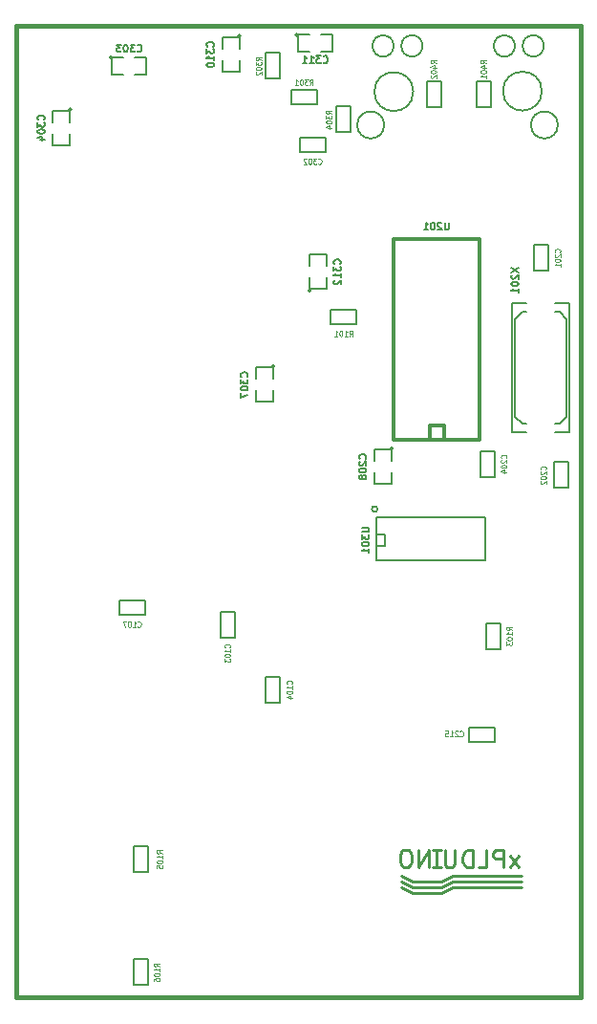
<source format=gbo>
G04 (created by PCBNEW (2011-nov-30)-testing) date jeu. 13 sept. 2012 22:24:25 CEST*
%MOIN*%
G04 Gerber Fmt 3.4, Leading zero omitted, Abs format*
%FSLAX34Y34*%
G01*
G70*
G90*
G04 APERTURE LIST*
%ADD10C,0.006*%
%ADD11C,0.005*%
%ADD12C,0.015*%
%ADD13C,0.012*%
%ADD14C,0.008*%
%ADD15C,0.01*%
%ADD16C,0.0045*%
G04 APERTURE END LIST*
G54D10*
G54D11*
X32284Y-56201D02*
G75*
G03X32284Y-56201I-99J0D01*
G74*
G01*
G54D12*
X19685Y-73228D02*
X19685Y-39370D01*
X39370Y-73228D02*
X19685Y-73228D01*
X39370Y-39370D02*
X39370Y-73228D01*
X19685Y-39370D02*
X39370Y-39370D01*
G54D11*
X23022Y-40448D02*
G75*
G03X23022Y-40448I-50J0D01*
G74*
G01*
X23422Y-40448D02*
X23022Y-40448D01*
X23022Y-40448D02*
X23022Y-41048D01*
X23022Y-41048D02*
X23422Y-41048D01*
X23822Y-41048D02*
X24222Y-41048D01*
X24222Y-41048D02*
X24222Y-40448D01*
X24222Y-40448D02*
X23822Y-40448D01*
X21610Y-42263D02*
G75*
G03X21610Y-42263I-50J0D01*
G74*
G01*
X21560Y-42713D02*
X21560Y-42313D01*
X21560Y-42313D02*
X20960Y-42313D01*
X20960Y-42313D02*
X20960Y-42713D01*
X20960Y-43113D02*
X20960Y-43513D01*
X20960Y-43513D02*
X21560Y-43513D01*
X21560Y-43513D02*
X21560Y-43113D01*
X32830Y-54074D02*
G75*
G03X32830Y-54074I-50J0D01*
G74*
G01*
X32780Y-54524D02*
X32780Y-54124D01*
X32780Y-54124D02*
X32180Y-54124D01*
X32180Y-54124D02*
X32180Y-54524D01*
X32180Y-54924D02*
X32180Y-55324D01*
X32180Y-55324D02*
X32780Y-55324D01*
X32780Y-55324D02*
X32780Y-54924D01*
X28696Y-51220D02*
G75*
G03X28696Y-51220I-50J0D01*
G74*
G01*
X28646Y-51670D02*
X28646Y-51270D01*
X28646Y-51270D02*
X28046Y-51270D01*
X28046Y-51270D02*
X28046Y-51670D01*
X28046Y-52070D02*
X28046Y-52470D01*
X28046Y-52470D02*
X28646Y-52470D01*
X28646Y-52470D02*
X28646Y-52070D01*
X27515Y-39704D02*
G75*
G03X27515Y-39704I-50J0D01*
G74*
G01*
X27465Y-40154D02*
X27465Y-39754D01*
X27465Y-39754D02*
X26865Y-39754D01*
X26865Y-39754D02*
X26865Y-40154D01*
X26865Y-40554D02*
X26865Y-40954D01*
X26865Y-40954D02*
X27465Y-40954D01*
X27465Y-40954D02*
X27465Y-40554D01*
X29518Y-39661D02*
G75*
G03X29518Y-39661I-50J0D01*
G74*
G01*
X29918Y-39661D02*
X29518Y-39661D01*
X29518Y-39661D02*
X29518Y-40261D01*
X29518Y-40261D02*
X29918Y-40261D01*
X30318Y-40261D02*
X30718Y-40261D01*
X30718Y-40261D02*
X30718Y-39661D01*
X30718Y-39661D02*
X30318Y-39661D01*
X29967Y-48583D02*
G75*
G03X29967Y-48583I-50J0D01*
G74*
G01*
X29917Y-48133D02*
X29917Y-48533D01*
X29917Y-48533D02*
X30517Y-48533D01*
X30517Y-48533D02*
X30517Y-48133D01*
X30517Y-47733D02*
X30517Y-47333D01*
X30517Y-47333D02*
X29917Y-47333D01*
X29917Y-47333D02*
X29917Y-47733D01*
X24266Y-72793D02*
X24266Y-71893D01*
X24266Y-71893D02*
X23766Y-71893D01*
X23766Y-71893D02*
X23766Y-72793D01*
X23766Y-72793D02*
X24266Y-72793D01*
X36069Y-60180D02*
X36069Y-61080D01*
X36069Y-61080D02*
X36569Y-61080D01*
X36569Y-61080D02*
X36569Y-60180D01*
X36569Y-60180D02*
X36069Y-60180D01*
X30652Y-49758D02*
X31552Y-49758D01*
X31552Y-49758D02*
X31552Y-49258D01*
X31552Y-49258D02*
X30652Y-49258D01*
X30652Y-49258D02*
X30652Y-49758D01*
X23766Y-67956D02*
X23766Y-68856D01*
X23766Y-68856D02*
X24266Y-68856D01*
X24266Y-68856D02*
X24266Y-67956D01*
X24266Y-67956D02*
X23766Y-67956D01*
X29274Y-42081D02*
X30174Y-42081D01*
X30174Y-42081D02*
X30174Y-41581D01*
X30174Y-41581D02*
X29274Y-41581D01*
X29274Y-41581D02*
X29274Y-42081D01*
X28392Y-40298D02*
X28392Y-41198D01*
X28392Y-41198D02*
X28892Y-41198D01*
X28892Y-41198D02*
X28892Y-40298D01*
X28892Y-40298D02*
X28392Y-40298D01*
X31352Y-43068D02*
X31352Y-42168D01*
X31352Y-42168D02*
X30852Y-42168D01*
X30852Y-42168D02*
X30852Y-43068D01*
X30852Y-43068D02*
X31352Y-43068D01*
X36395Y-63805D02*
X35495Y-63805D01*
X35495Y-63805D02*
X35495Y-64305D01*
X35495Y-64305D02*
X36395Y-64305D01*
X36395Y-64305D02*
X36395Y-63805D01*
X38431Y-54570D02*
X38431Y-55470D01*
X38431Y-55470D02*
X38931Y-55470D01*
X38931Y-55470D02*
X38931Y-54570D01*
X38931Y-54570D02*
X38431Y-54570D01*
X36372Y-55076D02*
X36372Y-54176D01*
X36372Y-54176D02*
X35872Y-54176D01*
X35872Y-54176D02*
X35872Y-55076D01*
X35872Y-55076D02*
X36372Y-55076D01*
X29570Y-43754D02*
X30470Y-43754D01*
X30470Y-43754D02*
X30470Y-43254D01*
X30470Y-43254D02*
X29570Y-43254D01*
X29570Y-43254D02*
X29570Y-43754D01*
X28392Y-62050D02*
X28392Y-62950D01*
X28392Y-62950D02*
X28892Y-62950D01*
X28892Y-62950D02*
X28892Y-62050D01*
X28892Y-62050D02*
X28392Y-62050D01*
X26817Y-59786D02*
X26817Y-60686D01*
X26817Y-60686D02*
X27317Y-60686D01*
X27317Y-60686D02*
X27317Y-59786D01*
X27317Y-59786D02*
X26817Y-59786D01*
X38242Y-47891D02*
X38242Y-46991D01*
X38242Y-46991D02*
X37742Y-46991D01*
X37742Y-46991D02*
X37742Y-47891D01*
X37742Y-47891D02*
X38242Y-47891D01*
X23270Y-59896D02*
X24170Y-59896D01*
X24170Y-59896D02*
X24170Y-59396D01*
X24170Y-59396D02*
X23270Y-59396D01*
X23270Y-59396D02*
X23270Y-59896D01*
G54D13*
X35350Y-46795D02*
X32850Y-46795D01*
X32850Y-46795D02*
X32850Y-53795D01*
X32850Y-53795D02*
X35850Y-53795D01*
X35850Y-53795D02*
X35850Y-46795D01*
X35850Y-46795D02*
X35350Y-46795D01*
X34600Y-53795D02*
X34600Y-53295D01*
X34600Y-53295D02*
X34100Y-53295D01*
X34100Y-53295D02*
X34100Y-53795D01*
G54D14*
X32254Y-57983D02*
X36054Y-57983D01*
X36054Y-57983D02*
X36054Y-56483D01*
X36054Y-56483D02*
X32254Y-56483D01*
X32254Y-56483D02*
X32254Y-57983D01*
X32254Y-57483D02*
X32554Y-57483D01*
X32554Y-57483D02*
X32554Y-57083D01*
X32554Y-57083D02*
X32254Y-57083D01*
X37342Y-49330D02*
X37492Y-49330D01*
X38642Y-49330D02*
X38492Y-49330D01*
X38642Y-53230D02*
X38492Y-53230D01*
X37342Y-53230D02*
X37492Y-53230D01*
X36992Y-53530D02*
X37492Y-53530D01*
X38992Y-53530D02*
X38492Y-53530D01*
X38992Y-49030D02*
X38492Y-49030D01*
X36992Y-49030D02*
X37492Y-49030D01*
X38642Y-49330D02*
X38892Y-49580D01*
X38892Y-49580D02*
X38892Y-52980D01*
X38892Y-52980D02*
X38642Y-53230D01*
X37342Y-53230D02*
X37092Y-52980D01*
X37092Y-52980D02*
X37092Y-49580D01*
X37092Y-49580D02*
X37342Y-49330D01*
X38992Y-53530D02*
X38992Y-49030D01*
X36992Y-49030D02*
X36992Y-53530D01*
G54D11*
X36250Y-42200D02*
X36250Y-41300D01*
X36250Y-41300D02*
X35750Y-41300D01*
X35750Y-41300D02*
X35750Y-42200D01*
X35750Y-42200D02*
X36250Y-42200D01*
X34500Y-42200D02*
X34500Y-41300D01*
X34500Y-41300D02*
X34000Y-41300D01*
X34000Y-41300D02*
X34000Y-42200D01*
X34000Y-42200D02*
X34500Y-42200D01*
G54D15*
X37300Y-69400D02*
X34900Y-69400D01*
X34900Y-69400D02*
X34500Y-69600D01*
X34500Y-69600D02*
X33500Y-69600D01*
X33500Y-69600D02*
X33100Y-69400D01*
X37300Y-69200D02*
X34900Y-69200D01*
X34900Y-69200D02*
X34500Y-69400D01*
X34500Y-69400D02*
X33500Y-69400D01*
X33500Y-69400D02*
X33100Y-69200D01*
X33500Y-69200D02*
X33100Y-69000D01*
X34500Y-69200D02*
X33500Y-69200D01*
X34900Y-69000D02*
X34500Y-69200D01*
X37300Y-69000D02*
X34900Y-69000D01*
X37300Y-69000D02*
X34900Y-69000D01*
X34900Y-69000D02*
X34500Y-69200D01*
X34500Y-69200D02*
X33500Y-69200D01*
X33500Y-69200D02*
X33100Y-69000D01*
X33500Y-69200D02*
X33100Y-69000D01*
X34500Y-69200D02*
X33500Y-69200D01*
X34900Y-69000D02*
X34500Y-69200D01*
X37300Y-69000D02*
X34900Y-69000D01*
X37300Y-69000D02*
X34900Y-69000D01*
X34900Y-69000D02*
X34500Y-69200D01*
X34500Y-69200D02*
X33500Y-69200D01*
X33500Y-69200D02*
X33100Y-69000D01*
X33500Y-69200D02*
X33100Y-69000D01*
X34500Y-69200D02*
X33500Y-69200D01*
X34900Y-69000D02*
X34500Y-69200D01*
X37300Y-69000D02*
X34900Y-69000D01*
X37300Y-69000D02*
X34900Y-69000D01*
X34900Y-69000D02*
X34500Y-69200D01*
X34500Y-69200D02*
X33500Y-69200D01*
X33500Y-69200D02*
X33100Y-69000D01*
X33500Y-69200D02*
X33100Y-69000D01*
X34500Y-69200D02*
X33500Y-69200D01*
X34900Y-69000D02*
X34500Y-69200D01*
X37300Y-69000D02*
X34900Y-69000D01*
X37300Y-69000D02*
X34900Y-69000D01*
X34900Y-69000D02*
X34500Y-69200D01*
X34500Y-69200D02*
X33500Y-69200D01*
X33500Y-69200D02*
X33100Y-69000D01*
X33225Y-68700D02*
X33125Y-68625D01*
X33450Y-68600D02*
X33350Y-68700D01*
X34275Y-68700D02*
X34225Y-68700D01*
X34500Y-68700D02*
X34250Y-68700D01*
X34500Y-68100D02*
X34225Y-68100D01*
X34350Y-68675D02*
X34350Y-68150D01*
X33475Y-68500D02*
X33450Y-68600D01*
X33350Y-68700D02*
X33225Y-68700D01*
X33075Y-68475D02*
X33100Y-68600D01*
X33475Y-68275D02*
X33450Y-68175D01*
X33450Y-68175D02*
X33375Y-68100D01*
X33375Y-68100D02*
X33325Y-68075D01*
X33325Y-68075D02*
X33225Y-68075D01*
X33225Y-68075D02*
X33175Y-68100D01*
X33175Y-68100D02*
X33125Y-68125D01*
X33125Y-68125D02*
X33100Y-68175D01*
X33100Y-68175D02*
X33075Y-68250D01*
X33075Y-68250D02*
X33075Y-68300D01*
X33075Y-68300D02*
X33075Y-68475D01*
X33475Y-68300D02*
X33475Y-68500D01*
X34075Y-68700D02*
X34075Y-68075D01*
X34075Y-68100D02*
X33725Y-68700D01*
X33725Y-68700D02*
X33725Y-68075D01*
X34975Y-68100D02*
X34975Y-68575D01*
X34975Y-68575D02*
X34950Y-68625D01*
X34950Y-68625D02*
X34925Y-68650D01*
X34925Y-68650D02*
X34900Y-68675D01*
X34900Y-68675D02*
X34850Y-68700D01*
X34850Y-68700D02*
X34800Y-68700D01*
X34800Y-68700D02*
X34750Y-68700D01*
X34750Y-68700D02*
X34700Y-68675D01*
X34700Y-68675D02*
X34675Y-68650D01*
X34675Y-68650D02*
X34650Y-68625D01*
X34650Y-68625D02*
X34650Y-68575D01*
X34650Y-68575D02*
X34650Y-68100D01*
X35575Y-68100D02*
X35450Y-68100D01*
X35450Y-68100D02*
X35350Y-68125D01*
X35350Y-68125D02*
X35300Y-68175D01*
X35300Y-68175D02*
X35275Y-68250D01*
X35275Y-68250D02*
X35250Y-68350D01*
X35250Y-68350D02*
X35250Y-68425D01*
X35250Y-68425D02*
X35250Y-68475D01*
X35250Y-68475D02*
X35275Y-68550D01*
X35275Y-68550D02*
X35300Y-68600D01*
X35300Y-68600D02*
X35350Y-68650D01*
X35350Y-68650D02*
X35425Y-68700D01*
X35425Y-68700D02*
X35475Y-68700D01*
X35475Y-68700D02*
X35600Y-68700D01*
X35600Y-68700D02*
X35600Y-68100D01*
X36075Y-68100D02*
X36075Y-68700D01*
X36075Y-68700D02*
X35800Y-68700D01*
X36675Y-68100D02*
X36650Y-68100D01*
X36650Y-68100D02*
X36425Y-68100D01*
X36425Y-68100D02*
X36375Y-68125D01*
X36375Y-68125D02*
X36350Y-68150D01*
X36350Y-68150D02*
X36325Y-68200D01*
X36325Y-68200D02*
X36325Y-68250D01*
X36325Y-68250D02*
X36325Y-68300D01*
X36325Y-68300D02*
X36350Y-68350D01*
X36350Y-68350D02*
X36400Y-68375D01*
X36400Y-68375D02*
X36450Y-68400D01*
X36450Y-68400D02*
X36675Y-68400D01*
X36675Y-68675D02*
X36675Y-68100D01*
X37200Y-68300D02*
X36900Y-68700D01*
X37225Y-68700D02*
X36925Y-68300D01*
G54D10*
X33534Y-41648D02*
G75*
G03X33534Y-41648I-678J0D01*
G74*
G01*
X38022Y-41629D02*
G75*
G03X38022Y-41629I-678J0D01*
G74*
G01*
X38088Y-40054D02*
G75*
G03X38088Y-40054I-370J0D01*
G74*
G01*
X37084Y-40054D02*
G75*
G03X37084Y-40054I-370J0D01*
G74*
G01*
X33856Y-40054D02*
G75*
G03X33856Y-40054I-370J0D01*
G74*
G01*
X32852Y-40054D02*
G75*
G03X32852Y-40054I-370J0D01*
G74*
G01*
X38582Y-42810D02*
G75*
G03X38582Y-42810I-470J0D01*
G74*
G01*
X32519Y-42810D02*
G75*
G03X32519Y-42810I-470J0D01*
G74*
G01*
G54D11*
X23902Y-40235D02*
X23914Y-40247D01*
X23949Y-40259D01*
X23973Y-40259D01*
X24009Y-40247D01*
X24033Y-40223D01*
X24044Y-40200D01*
X24056Y-40152D01*
X24056Y-40116D01*
X24044Y-40069D01*
X24033Y-40045D01*
X24009Y-40021D01*
X23973Y-40009D01*
X23949Y-40009D01*
X23914Y-40021D01*
X23902Y-40033D01*
X23818Y-40009D02*
X23664Y-40009D01*
X23747Y-40104D01*
X23711Y-40104D01*
X23687Y-40116D01*
X23675Y-40128D01*
X23664Y-40152D01*
X23664Y-40212D01*
X23675Y-40235D01*
X23687Y-40247D01*
X23711Y-40259D01*
X23783Y-40259D01*
X23806Y-40247D01*
X23818Y-40235D01*
X23509Y-40009D02*
X23485Y-40009D01*
X23461Y-40021D01*
X23449Y-40033D01*
X23437Y-40057D01*
X23426Y-40104D01*
X23426Y-40164D01*
X23437Y-40212D01*
X23449Y-40235D01*
X23461Y-40247D01*
X23485Y-40259D01*
X23509Y-40259D01*
X23533Y-40247D01*
X23545Y-40235D01*
X23556Y-40212D01*
X23568Y-40164D01*
X23568Y-40104D01*
X23556Y-40057D01*
X23545Y-40033D01*
X23533Y-40021D01*
X23509Y-40009D01*
X23342Y-40009D02*
X23188Y-40009D01*
X23271Y-40104D01*
X23235Y-40104D01*
X23211Y-40116D01*
X23199Y-40128D01*
X23188Y-40152D01*
X23188Y-40212D01*
X23199Y-40235D01*
X23211Y-40247D01*
X23235Y-40259D01*
X23307Y-40259D01*
X23330Y-40247D01*
X23342Y-40235D01*
X20648Y-42633D02*
X20660Y-42621D01*
X20672Y-42586D01*
X20672Y-42562D01*
X20660Y-42526D01*
X20636Y-42502D01*
X20613Y-42491D01*
X20565Y-42479D01*
X20529Y-42479D01*
X20482Y-42491D01*
X20458Y-42502D01*
X20434Y-42526D01*
X20422Y-42562D01*
X20422Y-42586D01*
X20434Y-42621D01*
X20446Y-42633D01*
X20422Y-42717D02*
X20422Y-42871D01*
X20517Y-42788D01*
X20517Y-42824D01*
X20529Y-42848D01*
X20541Y-42860D01*
X20565Y-42871D01*
X20625Y-42871D01*
X20648Y-42860D01*
X20660Y-42848D01*
X20672Y-42824D01*
X20672Y-42752D01*
X20660Y-42729D01*
X20648Y-42717D01*
X20422Y-43026D02*
X20422Y-43050D01*
X20434Y-43074D01*
X20446Y-43086D01*
X20470Y-43098D01*
X20517Y-43109D01*
X20577Y-43109D01*
X20625Y-43098D01*
X20648Y-43086D01*
X20660Y-43074D01*
X20672Y-43050D01*
X20672Y-43026D01*
X20660Y-43002D01*
X20648Y-42990D01*
X20625Y-42979D01*
X20577Y-42967D01*
X20517Y-42967D01*
X20470Y-42979D01*
X20446Y-42990D01*
X20434Y-43002D01*
X20422Y-43026D01*
X20506Y-43324D02*
X20672Y-43324D01*
X20410Y-43264D02*
X20589Y-43205D01*
X20589Y-43359D01*
X31868Y-54444D02*
X31880Y-54432D01*
X31892Y-54397D01*
X31892Y-54373D01*
X31880Y-54337D01*
X31856Y-54313D01*
X31833Y-54302D01*
X31785Y-54290D01*
X31749Y-54290D01*
X31702Y-54302D01*
X31678Y-54313D01*
X31654Y-54337D01*
X31642Y-54373D01*
X31642Y-54397D01*
X31654Y-54432D01*
X31666Y-54444D01*
X31666Y-54540D02*
X31654Y-54552D01*
X31642Y-54575D01*
X31642Y-54635D01*
X31654Y-54659D01*
X31666Y-54671D01*
X31690Y-54682D01*
X31714Y-54682D01*
X31749Y-54671D01*
X31892Y-54528D01*
X31892Y-54682D01*
X31642Y-54837D02*
X31642Y-54861D01*
X31654Y-54885D01*
X31666Y-54897D01*
X31690Y-54909D01*
X31737Y-54920D01*
X31797Y-54920D01*
X31845Y-54909D01*
X31868Y-54897D01*
X31880Y-54885D01*
X31892Y-54861D01*
X31892Y-54837D01*
X31880Y-54813D01*
X31868Y-54801D01*
X31845Y-54790D01*
X31797Y-54778D01*
X31737Y-54778D01*
X31690Y-54790D01*
X31666Y-54801D01*
X31654Y-54813D01*
X31642Y-54837D01*
X31749Y-55063D02*
X31737Y-55039D01*
X31726Y-55028D01*
X31702Y-55016D01*
X31690Y-55016D01*
X31666Y-55028D01*
X31654Y-55039D01*
X31642Y-55063D01*
X31642Y-55111D01*
X31654Y-55135D01*
X31666Y-55147D01*
X31690Y-55158D01*
X31702Y-55158D01*
X31726Y-55147D01*
X31737Y-55135D01*
X31749Y-55111D01*
X31749Y-55063D01*
X31761Y-55039D01*
X31773Y-55028D01*
X31797Y-55016D01*
X31845Y-55016D01*
X31868Y-55028D01*
X31880Y-55039D01*
X31892Y-55063D01*
X31892Y-55111D01*
X31880Y-55135D01*
X31868Y-55147D01*
X31845Y-55158D01*
X31797Y-55158D01*
X31773Y-55147D01*
X31761Y-55135D01*
X31749Y-55111D01*
X27734Y-51590D02*
X27746Y-51578D01*
X27758Y-51543D01*
X27758Y-51519D01*
X27746Y-51483D01*
X27722Y-51459D01*
X27699Y-51448D01*
X27651Y-51436D01*
X27615Y-51436D01*
X27568Y-51448D01*
X27544Y-51459D01*
X27520Y-51483D01*
X27508Y-51519D01*
X27508Y-51543D01*
X27520Y-51578D01*
X27532Y-51590D01*
X27508Y-51674D02*
X27508Y-51828D01*
X27603Y-51745D01*
X27603Y-51781D01*
X27615Y-51805D01*
X27627Y-51817D01*
X27651Y-51828D01*
X27711Y-51828D01*
X27734Y-51817D01*
X27746Y-51805D01*
X27758Y-51781D01*
X27758Y-51709D01*
X27746Y-51686D01*
X27734Y-51674D01*
X27508Y-51983D02*
X27508Y-52007D01*
X27520Y-52031D01*
X27532Y-52043D01*
X27556Y-52055D01*
X27603Y-52066D01*
X27663Y-52066D01*
X27711Y-52055D01*
X27734Y-52043D01*
X27746Y-52031D01*
X27758Y-52007D01*
X27758Y-51983D01*
X27746Y-51959D01*
X27734Y-51947D01*
X27711Y-51936D01*
X27663Y-51924D01*
X27603Y-51924D01*
X27556Y-51936D01*
X27532Y-51947D01*
X27520Y-51959D01*
X27508Y-51983D01*
X27508Y-52150D02*
X27508Y-52316D01*
X27758Y-52209D01*
X26553Y-40074D02*
X26565Y-40062D01*
X26577Y-40027D01*
X26577Y-40003D01*
X26565Y-39967D01*
X26541Y-39943D01*
X26518Y-39932D01*
X26470Y-39920D01*
X26434Y-39920D01*
X26387Y-39932D01*
X26363Y-39943D01*
X26339Y-39967D01*
X26327Y-40003D01*
X26327Y-40027D01*
X26339Y-40062D01*
X26351Y-40074D01*
X26327Y-40158D02*
X26327Y-40312D01*
X26422Y-40229D01*
X26422Y-40265D01*
X26434Y-40289D01*
X26446Y-40301D01*
X26470Y-40312D01*
X26530Y-40312D01*
X26553Y-40301D01*
X26565Y-40289D01*
X26577Y-40265D01*
X26577Y-40193D01*
X26565Y-40170D01*
X26553Y-40158D01*
X26577Y-40550D02*
X26577Y-40408D01*
X26577Y-40479D02*
X26327Y-40479D01*
X26363Y-40455D01*
X26387Y-40431D01*
X26399Y-40408D01*
X26327Y-40705D02*
X26327Y-40729D01*
X26339Y-40753D01*
X26351Y-40765D01*
X26375Y-40777D01*
X26422Y-40788D01*
X26482Y-40788D01*
X26530Y-40777D01*
X26553Y-40765D01*
X26565Y-40753D01*
X26577Y-40729D01*
X26577Y-40705D01*
X26565Y-40681D01*
X26553Y-40669D01*
X26530Y-40658D01*
X26482Y-40646D01*
X26422Y-40646D01*
X26375Y-40658D01*
X26351Y-40669D01*
X26339Y-40681D01*
X26327Y-40705D01*
X30398Y-40628D02*
X30410Y-40640D01*
X30445Y-40652D01*
X30469Y-40652D01*
X30505Y-40640D01*
X30529Y-40616D01*
X30540Y-40593D01*
X30552Y-40545D01*
X30552Y-40509D01*
X30540Y-40462D01*
X30529Y-40438D01*
X30505Y-40414D01*
X30469Y-40402D01*
X30445Y-40402D01*
X30410Y-40414D01*
X30398Y-40426D01*
X30314Y-40402D02*
X30160Y-40402D01*
X30243Y-40497D01*
X30207Y-40497D01*
X30183Y-40509D01*
X30171Y-40521D01*
X30160Y-40545D01*
X30160Y-40605D01*
X30171Y-40628D01*
X30183Y-40640D01*
X30207Y-40652D01*
X30279Y-40652D01*
X30302Y-40640D01*
X30314Y-40628D01*
X29922Y-40652D02*
X30064Y-40652D01*
X29993Y-40652D02*
X29993Y-40402D01*
X30017Y-40438D01*
X30041Y-40462D01*
X30064Y-40474D01*
X29684Y-40652D02*
X29826Y-40652D01*
X29755Y-40652D02*
X29755Y-40402D01*
X29779Y-40438D01*
X29803Y-40462D01*
X29826Y-40474D01*
X30983Y-47653D02*
X30995Y-47641D01*
X31007Y-47606D01*
X31007Y-47582D01*
X30995Y-47546D01*
X30971Y-47522D01*
X30948Y-47511D01*
X30900Y-47499D01*
X30864Y-47499D01*
X30817Y-47511D01*
X30793Y-47522D01*
X30769Y-47546D01*
X30757Y-47582D01*
X30757Y-47606D01*
X30769Y-47641D01*
X30781Y-47653D01*
X30757Y-47737D02*
X30757Y-47891D01*
X30852Y-47808D01*
X30852Y-47844D01*
X30864Y-47868D01*
X30876Y-47880D01*
X30900Y-47891D01*
X30960Y-47891D01*
X30983Y-47880D01*
X30995Y-47868D01*
X31007Y-47844D01*
X31007Y-47772D01*
X30995Y-47749D01*
X30983Y-47737D01*
X31007Y-48129D02*
X31007Y-47987D01*
X31007Y-48058D02*
X30757Y-48058D01*
X30793Y-48034D01*
X30817Y-48010D01*
X30829Y-47987D01*
X30781Y-48225D02*
X30769Y-48237D01*
X30757Y-48260D01*
X30757Y-48320D01*
X30769Y-48344D01*
X30781Y-48356D01*
X30805Y-48367D01*
X30829Y-48367D01*
X30864Y-48356D01*
X31007Y-48213D01*
X31007Y-48367D01*
G54D16*
X24687Y-72143D02*
X24592Y-72083D01*
X24687Y-72040D02*
X24487Y-72040D01*
X24487Y-72108D01*
X24496Y-72126D01*
X24506Y-72134D01*
X24525Y-72143D01*
X24554Y-72143D01*
X24573Y-72134D01*
X24582Y-72126D01*
X24592Y-72108D01*
X24592Y-72040D01*
X24687Y-72314D02*
X24687Y-72211D01*
X24687Y-72263D02*
X24487Y-72263D01*
X24516Y-72246D01*
X24535Y-72228D01*
X24544Y-72211D01*
X24487Y-72425D02*
X24487Y-72442D01*
X24496Y-72459D01*
X24506Y-72468D01*
X24525Y-72477D01*
X24563Y-72485D01*
X24611Y-72485D01*
X24649Y-72477D01*
X24668Y-72468D01*
X24677Y-72459D01*
X24687Y-72442D01*
X24687Y-72425D01*
X24677Y-72408D01*
X24668Y-72399D01*
X24649Y-72391D01*
X24611Y-72382D01*
X24563Y-72382D01*
X24525Y-72391D01*
X24506Y-72399D01*
X24496Y-72408D01*
X24487Y-72425D01*
X24487Y-72639D02*
X24487Y-72605D01*
X24496Y-72588D01*
X24506Y-72579D01*
X24535Y-72562D01*
X24573Y-72553D01*
X24649Y-72553D01*
X24668Y-72562D01*
X24677Y-72570D01*
X24687Y-72588D01*
X24687Y-72622D01*
X24677Y-72639D01*
X24668Y-72648D01*
X24649Y-72656D01*
X24601Y-72656D01*
X24582Y-72648D01*
X24573Y-72639D01*
X24563Y-72622D01*
X24563Y-72588D01*
X24573Y-72570D01*
X24582Y-72562D01*
X24601Y-72553D01*
X36990Y-60430D02*
X36895Y-60370D01*
X36990Y-60327D02*
X36790Y-60327D01*
X36790Y-60395D01*
X36799Y-60413D01*
X36809Y-60421D01*
X36828Y-60430D01*
X36857Y-60430D01*
X36876Y-60421D01*
X36885Y-60413D01*
X36895Y-60395D01*
X36895Y-60327D01*
X36990Y-60601D02*
X36990Y-60498D01*
X36990Y-60550D02*
X36790Y-60550D01*
X36819Y-60533D01*
X36838Y-60515D01*
X36847Y-60498D01*
X36790Y-60712D02*
X36790Y-60729D01*
X36799Y-60746D01*
X36809Y-60755D01*
X36828Y-60764D01*
X36866Y-60772D01*
X36914Y-60772D01*
X36952Y-60764D01*
X36971Y-60755D01*
X36980Y-60746D01*
X36990Y-60729D01*
X36990Y-60712D01*
X36980Y-60695D01*
X36971Y-60686D01*
X36952Y-60678D01*
X36914Y-60669D01*
X36866Y-60669D01*
X36828Y-60678D01*
X36809Y-60686D01*
X36799Y-60695D01*
X36790Y-60712D01*
X36790Y-60832D02*
X36790Y-60943D01*
X36866Y-60883D01*
X36866Y-60909D01*
X36876Y-60926D01*
X36885Y-60935D01*
X36904Y-60943D01*
X36952Y-60943D01*
X36971Y-60935D01*
X36980Y-60926D01*
X36990Y-60909D01*
X36990Y-60857D01*
X36980Y-60840D01*
X36971Y-60832D01*
X31302Y-50179D02*
X31362Y-50084D01*
X31405Y-50179D02*
X31405Y-49979D01*
X31337Y-49979D01*
X31319Y-49988D01*
X31311Y-49998D01*
X31302Y-50017D01*
X31302Y-50046D01*
X31311Y-50065D01*
X31319Y-50074D01*
X31337Y-50084D01*
X31405Y-50084D01*
X31131Y-50179D02*
X31234Y-50179D01*
X31182Y-50179D02*
X31182Y-49979D01*
X31199Y-50008D01*
X31217Y-50027D01*
X31234Y-50036D01*
X31020Y-49979D02*
X31003Y-49979D01*
X30986Y-49988D01*
X30977Y-49998D01*
X30968Y-50017D01*
X30960Y-50055D01*
X30960Y-50103D01*
X30968Y-50141D01*
X30977Y-50160D01*
X30986Y-50169D01*
X31003Y-50179D01*
X31020Y-50179D01*
X31037Y-50169D01*
X31046Y-50160D01*
X31054Y-50141D01*
X31063Y-50103D01*
X31063Y-50055D01*
X31054Y-50017D01*
X31046Y-49998D01*
X31037Y-49988D01*
X31020Y-49979D01*
X30789Y-50179D02*
X30892Y-50179D01*
X30840Y-50179D02*
X30840Y-49979D01*
X30857Y-50008D01*
X30875Y-50027D01*
X30892Y-50036D01*
X24786Y-68206D02*
X24691Y-68146D01*
X24786Y-68103D02*
X24586Y-68103D01*
X24586Y-68171D01*
X24595Y-68189D01*
X24605Y-68197D01*
X24624Y-68206D01*
X24653Y-68206D01*
X24672Y-68197D01*
X24681Y-68189D01*
X24691Y-68171D01*
X24691Y-68103D01*
X24786Y-68377D02*
X24786Y-68274D01*
X24786Y-68326D02*
X24586Y-68326D01*
X24615Y-68309D01*
X24634Y-68291D01*
X24643Y-68274D01*
X24586Y-68488D02*
X24586Y-68505D01*
X24595Y-68522D01*
X24605Y-68531D01*
X24624Y-68540D01*
X24662Y-68548D01*
X24710Y-68548D01*
X24748Y-68540D01*
X24767Y-68531D01*
X24776Y-68522D01*
X24786Y-68505D01*
X24786Y-68488D01*
X24776Y-68471D01*
X24767Y-68462D01*
X24748Y-68454D01*
X24710Y-68445D01*
X24662Y-68445D01*
X24624Y-68454D01*
X24605Y-68462D01*
X24595Y-68471D01*
X24586Y-68488D01*
X24586Y-68711D02*
X24586Y-68625D01*
X24681Y-68616D01*
X24672Y-68625D01*
X24662Y-68642D01*
X24662Y-68685D01*
X24672Y-68702D01*
X24681Y-68711D01*
X24700Y-68719D01*
X24748Y-68719D01*
X24767Y-68711D01*
X24776Y-68702D01*
X24786Y-68685D01*
X24786Y-68642D01*
X24776Y-68625D01*
X24767Y-68616D01*
X29924Y-41420D02*
X29984Y-41325D01*
X30027Y-41420D02*
X30027Y-41220D01*
X29959Y-41220D01*
X29941Y-41229D01*
X29933Y-41239D01*
X29924Y-41258D01*
X29924Y-41287D01*
X29933Y-41306D01*
X29941Y-41315D01*
X29959Y-41325D01*
X30027Y-41325D01*
X29864Y-41220D02*
X29753Y-41220D01*
X29813Y-41296D01*
X29787Y-41296D01*
X29770Y-41306D01*
X29761Y-41315D01*
X29753Y-41334D01*
X29753Y-41382D01*
X29761Y-41401D01*
X29770Y-41410D01*
X29787Y-41420D01*
X29839Y-41420D01*
X29856Y-41410D01*
X29864Y-41401D01*
X29642Y-41220D02*
X29625Y-41220D01*
X29608Y-41229D01*
X29599Y-41239D01*
X29590Y-41258D01*
X29582Y-41296D01*
X29582Y-41344D01*
X29590Y-41382D01*
X29599Y-41401D01*
X29608Y-41410D01*
X29625Y-41420D01*
X29642Y-41420D01*
X29659Y-41410D01*
X29668Y-41401D01*
X29676Y-41382D01*
X29685Y-41344D01*
X29685Y-41296D01*
X29676Y-41258D01*
X29668Y-41239D01*
X29659Y-41229D01*
X29642Y-41220D01*
X29411Y-41420D02*
X29514Y-41420D01*
X29462Y-41420D02*
X29462Y-41220D01*
X29479Y-41249D01*
X29497Y-41268D01*
X29514Y-41277D01*
X28231Y-40548D02*
X28136Y-40488D01*
X28231Y-40445D02*
X28031Y-40445D01*
X28031Y-40513D01*
X28040Y-40531D01*
X28050Y-40539D01*
X28069Y-40548D01*
X28098Y-40548D01*
X28117Y-40539D01*
X28126Y-40531D01*
X28136Y-40513D01*
X28136Y-40445D01*
X28031Y-40608D02*
X28031Y-40719D01*
X28107Y-40659D01*
X28107Y-40685D01*
X28117Y-40702D01*
X28126Y-40711D01*
X28145Y-40719D01*
X28193Y-40719D01*
X28212Y-40711D01*
X28221Y-40702D01*
X28231Y-40685D01*
X28231Y-40633D01*
X28221Y-40616D01*
X28212Y-40608D01*
X28031Y-40830D02*
X28031Y-40847D01*
X28040Y-40864D01*
X28050Y-40873D01*
X28069Y-40882D01*
X28107Y-40890D01*
X28155Y-40890D01*
X28193Y-40882D01*
X28212Y-40873D01*
X28221Y-40864D01*
X28231Y-40847D01*
X28231Y-40830D01*
X28221Y-40813D01*
X28212Y-40804D01*
X28193Y-40796D01*
X28155Y-40787D01*
X28107Y-40787D01*
X28069Y-40796D01*
X28050Y-40804D01*
X28040Y-40813D01*
X28031Y-40830D01*
X28050Y-40958D02*
X28040Y-40967D01*
X28031Y-40984D01*
X28031Y-41027D01*
X28040Y-41044D01*
X28050Y-41053D01*
X28069Y-41061D01*
X28088Y-41061D01*
X28117Y-41053D01*
X28231Y-40950D01*
X28231Y-41061D01*
X30691Y-42418D02*
X30596Y-42358D01*
X30691Y-42315D02*
X30491Y-42315D01*
X30491Y-42383D01*
X30500Y-42401D01*
X30510Y-42409D01*
X30529Y-42418D01*
X30558Y-42418D01*
X30577Y-42409D01*
X30586Y-42401D01*
X30596Y-42383D01*
X30596Y-42315D01*
X30491Y-42478D02*
X30491Y-42589D01*
X30567Y-42529D01*
X30567Y-42555D01*
X30577Y-42572D01*
X30586Y-42581D01*
X30605Y-42589D01*
X30653Y-42589D01*
X30672Y-42581D01*
X30681Y-42572D01*
X30691Y-42555D01*
X30691Y-42503D01*
X30681Y-42486D01*
X30672Y-42478D01*
X30491Y-42700D02*
X30491Y-42717D01*
X30500Y-42734D01*
X30510Y-42743D01*
X30529Y-42752D01*
X30567Y-42760D01*
X30615Y-42760D01*
X30653Y-42752D01*
X30672Y-42743D01*
X30681Y-42734D01*
X30691Y-42717D01*
X30691Y-42700D01*
X30681Y-42683D01*
X30672Y-42674D01*
X30653Y-42666D01*
X30615Y-42657D01*
X30567Y-42657D01*
X30529Y-42666D01*
X30510Y-42674D01*
X30500Y-42683D01*
X30491Y-42700D01*
X30558Y-42914D02*
X30691Y-42914D01*
X30481Y-42871D02*
X30624Y-42828D01*
X30624Y-42940D01*
X35161Y-64117D02*
X35170Y-64126D01*
X35196Y-64136D01*
X35213Y-64136D01*
X35238Y-64126D01*
X35256Y-64107D01*
X35264Y-64088D01*
X35273Y-64050D01*
X35273Y-64022D01*
X35264Y-63984D01*
X35256Y-63965D01*
X35238Y-63945D01*
X35213Y-63936D01*
X35196Y-63936D01*
X35170Y-63945D01*
X35161Y-63955D01*
X35093Y-63955D02*
X35084Y-63945D01*
X35067Y-63936D01*
X35024Y-63936D01*
X35007Y-63945D01*
X34998Y-63955D01*
X34990Y-63974D01*
X34990Y-63993D01*
X34998Y-64022D01*
X35101Y-64136D01*
X34990Y-64136D01*
X34819Y-64136D02*
X34922Y-64136D01*
X34870Y-64136D02*
X34870Y-63936D01*
X34887Y-63965D01*
X34905Y-63984D01*
X34922Y-63993D01*
X34656Y-63936D02*
X34742Y-63936D01*
X34751Y-64031D01*
X34742Y-64022D01*
X34725Y-64012D01*
X34682Y-64012D01*
X34665Y-64022D01*
X34656Y-64031D01*
X34648Y-64050D01*
X34648Y-64098D01*
X34656Y-64117D01*
X34665Y-64126D01*
X34682Y-64136D01*
X34725Y-64136D01*
X34742Y-64126D01*
X34751Y-64117D01*
X38153Y-54820D02*
X38162Y-54811D01*
X38172Y-54785D01*
X38172Y-54768D01*
X38162Y-54743D01*
X38143Y-54725D01*
X38124Y-54717D01*
X38086Y-54708D01*
X38058Y-54708D01*
X38020Y-54717D01*
X38001Y-54725D01*
X37981Y-54743D01*
X37972Y-54768D01*
X37972Y-54785D01*
X37981Y-54811D01*
X37991Y-54820D01*
X37991Y-54888D02*
X37981Y-54897D01*
X37972Y-54914D01*
X37972Y-54957D01*
X37981Y-54974D01*
X37991Y-54983D01*
X38010Y-54991D01*
X38029Y-54991D01*
X38058Y-54983D01*
X38172Y-54880D01*
X38172Y-54991D01*
X37972Y-55102D02*
X37972Y-55119D01*
X37981Y-55136D01*
X37991Y-55145D01*
X38010Y-55154D01*
X38048Y-55162D01*
X38096Y-55162D01*
X38134Y-55154D01*
X38153Y-55145D01*
X38162Y-55136D01*
X38172Y-55119D01*
X38172Y-55102D01*
X38162Y-55085D01*
X38153Y-55076D01*
X38134Y-55068D01*
X38096Y-55059D01*
X38048Y-55059D01*
X38010Y-55068D01*
X37991Y-55076D01*
X37981Y-55085D01*
X37972Y-55102D01*
X37991Y-55230D02*
X37981Y-55239D01*
X37972Y-55256D01*
X37972Y-55299D01*
X37981Y-55316D01*
X37991Y-55325D01*
X38010Y-55333D01*
X38029Y-55333D01*
X38058Y-55325D01*
X38172Y-55222D01*
X38172Y-55333D01*
X36775Y-54426D02*
X36784Y-54417D01*
X36794Y-54391D01*
X36794Y-54374D01*
X36784Y-54349D01*
X36765Y-54331D01*
X36746Y-54323D01*
X36708Y-54314D01*
X36680Y-54314D01*
X36642Y-54323D01*
X36623Y-54331D01*
X36603Y-54349D01*
X36594Y-54374D01*
X36594Y-54391D01*
X36603Y-54417D01*
X36613Y-54426D01*
X36613Y-54494D02*
X36603Y-54503D01*
X36594Y-54520D01*
X36594Y-54563D01*
X36603Y-54580D01*
X36613Y-54589D01*
X36632Y-54597D01*
X36651Y-54597D01*
X36680Y-54589D01*
X36794Y-54486D01*
X36794Y-54597D01*
X36594Y-54708D02*
X36594Y-54725D01*
X36603Y-54742D01*
X36613Y-54751D01*
X36632Y-54760D01*
X36670Y-54768D01*
X36718Y-54768D01*
X36756Y-54760D01*
X36775Y-54751D01*
X36784Y-54742D01*
X36794Y-54725D01*
X36794Y-54708D01*
X36784Y-54691D01*
X36775Y-54682D01*
X36756Y-54674D01*
X36718Y-54665D01*
X36670Y-54665D01*
X36632Y-54674D01*
X36613Y-54682D01*
X36603Y-54691D01*
X36594Y-54708D01*
X36661Y-54922D02*
X36794Y-54922D01*
X36584Y-54879D02*
X36727Y-54836D01*
X36727Y-54948D01*
X30220Y-44156D02*
X30229Y-44165D01*
X30255Y-44175D01*
X30272Y-44175D01*
X30297Y-44165D01*
X30315Y-44146D01*
X30323Y-44127D01*
X30332Y-44089D01*
X30332Y-44061D01*
X30323Y-44023D01*
X30315Y-44004D01*
X30297Y-43984D01*
X30272Y-43975D01*
X30255Y-43975D01*
X30229Y-43984D01*
X30220Y-43994D01*
X30160Y-43975D02*
X30049Y-43975D01*
X30109Y-44051D01*
X30083Y-44051D01*
X30066Y-44061D01*
X30057Y-44070D01*
X30049Y-44089D01*
X30049Y-44137D01*
X30057Y-44156D01*
X30066Y-44165D01*
X30083Y-44175D01*
X30135Y-44175D01*
X30152Y-44165D01*
X30160Y-44156D01*
X29938Y-43975D02*
X29921Y-43975D01*
X29904Y-43984D01*
X29895Y-43994D01*
X29886Y-44013D01*
X29878Y-44051D01*
X29878Y-44099D01*
X29886Y-44137D01*
X29895Y-44156D01*
X29904Y-44165D01*
X29921Y-44175D01*
X29938Y-44175D01*
X29955Y-44165D01*
X29964Y-44156D01*
X29972Y-44137D01*
X29981Y-44099D01*
X29981Y-44051D01*
X29972Y-44013D01*
X29964Y-43994D01*
X29955Y-43984D01*
X29938Y-43975D01*
X29810Y-43994D02*
X29801Y-43984D01*
X29784Y-43975D01*
X29741Y-43975D01*
X29724Y-43984D01*
X29715Y-43994D01*
X29707Y-44013D01*
X29707Y-44032D01*
X29715Y-44061D01*
X29818Y-44175D01*
X29707Y-44175D01*
X29294Y-62300D02*
X29303Y-62291D01*
X29313Y-62265D01*
X29313Y-62248D01*
X29303Y-62223D01*
X29284Y-62205D01*
X29265Y-62197D01*
X29227Y-62188D01*
X29199Y-62188D01*
X29161Y-62197D01*
X29142Y-62205D01*
X29122Y-62223D01*
X29113Y-62248D01*
X29113Y-62265D01*
X29122Y-62291D01*
X29132Y-62300D01*
X29313Y-62471D02*
X29313Y-62368D01*
X29313Y-62420D02*
X29113Y-62420D01*
X29142Y-62403D01*
X29161Y-62385D01*
X29170Y-62368D01*
X29113Y-62582D02*
X29113Y-62599D01*
X29122Y-62616D01*
X29132Y-62625D01*
X29151Y-62634D01*
X29189Y-62642D01*
X29237Y-62642D01*
X29275Y-62634D01*
X29294Y-62625D01*
X29303Y-62616D01*
X29313Y-62599D01*
X29313Y-62582D01*
X29303Y-62565D01*
X29294Y-62556D01*
X29275Y-62548D01*
X29237Y-62539D01*
X29189Y-62539D01*
X29151Y-62548D01*
X29132Y-62556D01*
X29122Y-62565D01*
X29113Y-62582D01*
X29180Y-62796D02*
X29313Y-62796D01*
X29103Y-62753D02*
X29246Y-62710D01*
X29246Y-62822D01*
X27129Y-61020D02*
X27138Y-61011D01*
X27148Y-60985D01*
X27148Y-60968D01*
X27138Y-60943D01*
X27119Y-60925D01*
X27100Y-60917D01*
X27062Y-60908D01*
X27034Y-60908D01*
X26996Y-60917D01*
X26977Y-60925D01*
X26957Y-60943D01*
X26948Y-60968D01*
X26948Y-60985D01*
X26957Y-61011D01*
X26967Y-61020D01*
X27148Y-61191D02*
X27148Y-61088D01*
X27148Y-61140D02*
X26948Y-61140D01*
X26977Y-61123D01*
X26996Y-61105D01*
X27005Y-61088D01*
X26948Y-61302D02*
X26948Y-61319D01*
X26957Y-61336D01*
X26967Y-61345D01*
X26986Y-61354D01*
X27024Y-61362D01*
X27072Y-61362D01*
X27110Y-61354D01*
X27129Y-61345D01*
X27138Y-61336D01*
X27148Y-61319D01*
X27148Y-61302D01*
X27138Y-61285D01*
X27129Y-61276D01*
X27110Y-61268D01*
X27072Y-61259D01*
X27024Y-61259D01*
X26986Y-61268D01*
X26967Y-61276D01*
X26957Y-61285D01*
X26948Y-61302D01*
X26948Y-61422D02*
X26948Y-61533D01*
X27024Y-61473D01*
X27024Y-61499D01*
X27034Y-61516D01*
X27043Y-61525D01*
X27062Y-61533D01*
X27110Y-61533D01*
X27129Y-61525D01*
X27138Y-61516D01*
X27148Y-61499D01*
X27148Y-61447D01*
X27138Y-61430D01*
X27129Y-61422D01*
X38645Y-47241D02*
X38654Y-47232D01*
X38664Y-47206D01*
X38664Y-47189D01*
X38654Y-47164D01*
X38635Y-47146D01*
X38616Y-47138D01*
X38578Y-47129D01*
X38550Y-47129D01*
X38512Y-47138D01*
X38493Y-47146D01*
X38473Y-47164D01*
X38464Y-47189D01*
X38464Y-47206D01*
X38473Y-47232D01*
X38483Y-47241D01*
X38483Y-47309D02*
X38473Y-47318D01*
X38464Y-47335D01*
X38464Y-47378D01*
X38473Y-47395D01*
X38483Y-47404D01*
X38502Y-47412D01*
X38521Y-47412D01*
X38550Y-47404D01*
X38664Y-47301D01*
X38664Y-47412D01*
X38464Y-47523D02*
X38464Y-47540D01*
X38473Y-47557D01*
X38483Y-47566D01*
X38502Y-47575D01*
X38540Y-47583D01*
X38588Y-47583D01*
X38626Y-47575D01*
X38645Y-47566D01*
X38654Y-47557D01*
X38664Y-47540D01*
X38664Y-47523D01*
X38654Y-47506D01*
X38645Y-47497D01*
X38626Y-47489D01*
X38588Y-47480D01*
X38540Y-47480D01*
X38502Y-47489D01*
X38483Y-47497D01*
X38473Y-47506D01*
X38464Y-47523D01*
X38664Y-47754D02*
X38664Y-47651D01*
X38664Y-47703D02*
X38464Y-47703D01*
X38493Y-47686D01*
X38512Y-47668D01*
X38521Y-47651D01*
X23920Y-60298D02*
X23929Y-60307D01*
X23955Y-60317D01*
X23972Y-60317D01*
X23997Y-60307D01*
X24015Y-60288D01*
X24023Y-60269D01*
X24032Y-60231D01*
X24032Y-60203D01*
X24023Y-60165D01*
X24015Y-60146D01*
X23997Y-60126D01*
X23972Y-60117D01*
X23955Y-60117D01*
X23929Y-60126D01*
X23920Y-60136D01*
X23749Y-60317D02*
X23852Y-60317D01*
X23800Y-60317D02*
X23800Y-60117D01*
X23817Y-60146D01*
X23835Y-60165D01*
X23852Y-60174D01*
X23638Y-60117D02*
X23621Y-60117D01*
X23604Y-60126D01*
X23595Y-60136D01*
X23586Y-60155D01*
X23578Y-60193D01*
X23578Y-60241D01*
X23586Y-60279D01*
X23595Y-60298D01*
X23604Y-60307D01*
X23621Y-60317D01*
X23638Y-60317D01*
X23655Y-60307D01*
X23664Y-60298D01*
X23672Y-60279D01*
X23681Y-60241D01*
X23681Y-60193D01*
X23672Y-60155D01*
X23664Y-60136D01*
X23655Y-60126D01*
X23638Y-60117D01*
X23518Y-60117D02*
X23398Y-60117D01*
X23475Y-60317D01*
G54D11*
X34778Y-46209D02*
X34778Y-46412D01*
X34767Y-46435D01*
X34755Y-46447D01*
X34731Y-46459D01*
X34683Y-46459D01*
X34659Y-46447D01*
X34648Y-46435D01*
X34636Y-46412D01*
X34636Y-46209D01*
X34528Y-46233D02*
X34516Y-46221D01*
X34493Y-46209D01*
X34433Y-46209D01*
X34409Y-46221D01*
X34397Y-46233D01*
X34386Y-46257D01*
X34386Y-46281D01*
X34397Y-46316D01*
X34540Y-46459D01*
X34386Y-46459D01*
X34231Y-46209D02*
X34207Y-46209D01*
X34183Y-46221D01*
X34171Y-46233D01*
X34159Y-46257D01*
X34148Y-46304D01*
X34148Y-46364D01*
X34159Y-46412D01*
X34171Y-46435D01*
X34183Y-46447D01*
X34207Y-46459D01*
X34231Y-46459D01*
X34255Y-46447D01*
X34267Y-46435D01*
X34278Y-46412D01*
X34290Y-46364D01*
X34290Y-46304D01*
X34278Y-46257D01*
X34267Y-46233D01*
X34255Y-46221D01*
X34231Y-46209D01*
X33910Y-46459D02*
X34052Y-46459D01*
X33981Y-46459D02*
X33981Y-46209D01*
X34005Y-46245D01*
X34029Y-46269D01*
X34052Y-46281D01*
X31741Y-56855D02*
X31944Y-56855D01*
X31967Y-56866D01*
X31979Y-56878D01*
X31991Y-56902D01*
X31991Y-56950D01*
X31979Y-56974D01*
X31967Y-56985D01*
X31944Y-56997D01*
X31741Y-56997D01*
X31741Y-57093D02*
X31741Y-57247D01*
X31836Y-57164D01*
X31836Y-57200D01*
X31848Y-57224D01*
X31860Y-57236D01*
X31884Y-57247D01*
X31944Y-57247D01*
X31967Y-57236D01*
X31979Y-57224D01*
X31991Y-57200D01*
X31991Y-57128D01*
X31979Y-57105D01*
X31967Y-57093D01*
X31741Y-57402D02*
X31741Y-57426D01*
X31753Y-57450D01*
X31765Y-57462D01*
X31789Y-57474D01*
X31836Y-57485D01*
X31896Y-57485D01*
X31944Y-57474D01*
X31967Y-57462D01*
X31979Y-57450D01*
X31991Y-57426D01*
X31991Y-57402D01*
X31979Y-57378D01*
X31967Y-57366D01*
X31944Y-57355D01*
X31896Y-57343D01*
X31836Y-57343D01*
X31789Y-57355D01*
X31765Y-57366D01*
X31753Y-57378D01*
X31741Y-57402D01*
X31991Y-57723D02*
X31991Y-57581D01*
X31991Y-57652D02*
X31741Y-57652D01*
X31777Y-57628D01*
X31801Y-57604D01*
X31813Y-57581D01*
X36957Y-47788D02*
X37207Y-47954D01*
X36957Y-47954D02*
X37207Y-47788D01*
X36981Y-48038D02*
X36969Y-48050D01*
X36957Y-48073D01*
X36957Y-48133D01*
X36969Y-48157D01*
X36981Y-48169D01*
X37005Y-48180D01*
X37029Y-48180D01*
X37064Y-48169D01*
X37207Y-48026D01*
X37207Y-48180D01*
X36957Y-48335D02*
X36957Y-48359D01*
X36969Y-48383D01*
X36981Y-48395D01*
X37005Y-48407D01*
X37052Y-48418D01*
X37112Y-48418D01*
X37160Y-48407D01*
X37183Y-48395D01*
X37195Y-48383D01*
X37207Y-48359D01*
X37207Y-48335D01*
X37195Y-48311D01*
X37183Y-48299D01*
X37160Y-48288D01*
X37112Y-48276D01*
X37052Y-48276D01*
X37005Y-48288D01*
X36981Y-48299D01*
X36969Y-48311D01*
X36957Y-48335D01*
X37207Y-48656D02*
X37207Y-48514D01*
X37207Y-48585D02*
X36957Y-48585D01*
X36993Y-48561D01*
X37017Y-48537D01*
X37029Y-48514D01*
G54D16*
X36081Y-40664D02*
X35986Y-40604D01*
X36081Y-40561D02*
X35881Y-40561D01*
X35881Y-40629D01*
X35890Y-40647D01*
X35900Y-40655D01*
X35919Y-40664D01*
X35948Y-40664D01*
X35967Y-40655D01*
X35976Y-40647D01*
X35986Y-40629D01*
X35986Y-40561D01*
X35948Y-40818D02*
X36081Y-40818D01*
X35871Y-40775D02*
X36014Y-40732D01*
X36014Y-40844D01*
X35881Y-40946D02*
X35881Y-40963D01*
X35890Y-40980D01*
X35900Y-40989D01*
X35919Y-40998D01*
X35957Y-41006D01*
X36005Y-41006D01*
X36043Y-40998D01*
X36062Y-40989D01*
X36071Y-40980D01*
X36081Y-40963D01*
X36081Y-40946D01*
X36071Y-40929D01*
X36062Y-40920D01*
X36043Y-40912D01*
X36005Y-40903D01*
X35957Y-40903D01*
X35919Y-40912D01*
X35900Y-40920D01*
X35890Y-40929D01*
X35881Y-40946D01*
X36081Y-41177D02*
X36081Y-41074D01*
X36081Y-41126D02*
X35881Y-41126D01*
X35910Y-41109D01*
X35929Y-41091D01*
X35938Y-41074D01*
X34331Y-40664D02*
X34236Y-40604D01*
X34331Y-40561D02*
X34131Y-40561D01*
X34131Y-40629D01*
X34140Y-40647D01*
X34150Y-40655D01*
X34169Y-40664D01*
X34198Y-40664D01*
X34217Y-40655D01*
X34226Y-40647D01*
X34236Y-40629D01*
X34236Y-40561D01*
X34198Y-40818D02*
X34331Y-40818D01*
X34121Y-40775D02*
X34264Y-40732D01*
X34264Y-40844D01*
X34131Y-40946D02*
X34131Y-40963D01*
X34140Y-40980D01*
X34150Y-40989D01*
X34169Y-40998D01*
X34207Y-41006D01*
X34255Y-41006D01*
X34293Y-40998D01*
X34312Y-40989D01*
X34321Y-40980D01*
X34331Y-40963D01*
X34331Y-40946D01*
X34321Y-40929D01*
X34312Y-40920D01*
X34293Y-40912D01*
X34255Y-40903D01*
X34207Y-40903D01*
X34169Y-40912D01*
X34150Y-40920D01*
X34140Y-40929D01*
X34131Y-40946D01*
X34150Y-41074D02*
X34140Y-41083D01*
X34131Y-41100D01*
X34131Y-41143D01*
X34140Y-41160D01*
X34150Y-41169D01*
X34169Y-41177D01*
X34188Y-41177D01*
X34217Y-41169D01*
X34331Y-41066D01*
X34331Y-41177D01*
M02*

</source>
